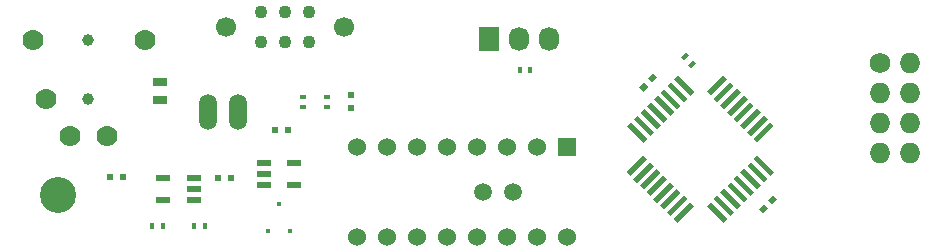
<source format=gts>
%FSLAX46Y46*%
G04 Gerber Fmt 4.6, Leading zero omitted, Abs format (unit mm)*
G04 Created by KiCad (PCBNEW (2014-10-27 BZR 5228)-product) date 4/17/2015 7:43:11 PM*
%MOMM*%
G01*
G04 APERTURE LIST*
%ADD10C,0.100000*%
%ADD11C,1.100000*%
%ADD12C,1.700000*%
%ADD13C,1.727200*%
%ADD14O,1.727200X1.727200*%
%ADD15O,1.506220X3.014980*%
%ADD16R,0.400000X0.450000*%
%ADD17R,1.143000X0.635000*%
%ADD18C,1.500000*%
%ADD19C,1.778000*%
%ADD20C,0.990600*%
%ADD21R,0.600000X0.500000*%
%ADD22R,0.500000X0.600000*%
%ADD23R,0.400000X0.600000*%
%ADD24R,0.600000X0.400000*%
%ADD25R,1.198880X0.548640*%
%ADD26C,3.048000*%
%ADD27R,1.727200X2.032000*%
%ADD28O,1.727200X2.032000*%
%ADD29R,1.524000X1.524000*%
%ADD30C,1.524000*%
G04 APERTURE END LIST*
D10*
D11*
X21622000Y-1036000D03*
X23622000Y-1036000D03*
X25622000Y-1036000D03*
X21622000Y-3536000D03*
X23622000Y-3536000D03*
X25622000Y-3536000D03*
D12*
X18622000Y-2286000D03*
X28622000Y-2286000D03*
D13*
X74041000Y-5334000D03*
D14*
X76581000Y-5334000D03*
X74041000Y-7874000D03*
X76581000Y-7874000D03*
X74041000Y-10414000D03*
X76581000Y-10414000D03*
X74041000Y-12954000D03*
X76581000Y-12954000D03*
D10*
G36*
X65035094Y-14563025D02*
X64717193Y-14880926D01*
X63303700Y-13467433D01*
X63621601Y-13149532D01*
X65035094Y-14563025D01*
X65035094Y-14563025D01*
G37*
G36*
X64469338Y-15128781D02*
X64151437Y-15446682D01*
X62737944Y-14033189D01*
X63055845Y-13715288D01*
X64469338Y-15128781D01*
X64469338Y-15128781D01*
G37*
G36*
X63903582Y-15694537D02*
X63585681Y-16012438D01*
X62172188Y-14598945D01*
X62490089Y-14281044D01*
X63903582Y-15694537D01*
X63903582Y-15694537D01*
G37*
G36*
X63337826Y-16260294D02*
X63019925Y-16578195D01*
X61606432Y-15164702D01*
X61924333Y-14846801D01*
X63337826Y-16260294D01*
X63337826Y-16260294D01*
G37*
G36*
X62772070Y-16826050D02*
X62454169Y-17143951D01*
X61040676Y-15730458D01*
X61358577Y-15412557D01*
X62772070Y-16826050D01*
X62772070Y-16826050D01*
G37*
G36*
X62206313Y-17391806D02*
X61888412Y-17709707D01*
X60474919Y-16296214D01*
X60792820Y-15978313D01*
X62206313Y-17391806D01*
X62206313Y-17391806D01*
G37*
G36*
X61640557Y-17957562D02*
X61322656Y-18275463D01*
X59909163Y-16861970D01*
X60227064Y-16544069D01*
X61640557Y-17957562D01*
X61640557Y-17957562D01*
G37*
G36*
X61074801Y-18523318D02*
X60756900Y-18841219D01*
X59343407Y-17427726D01*
X59661308Y-17109825D01*
X61074801Y-18523318D01*
X61074801Y-18523318D01*
G37*
G36*
X54314464Y-11755797D02*
X53996563Y-12073698D01*
X52583070Y-10660205D01*
X52900971Y-10342304D01*
X54314464Y-11755797D01*
X54314464Y-11755797D01*
G37*
G36*
X58283738Y-7786524D02*
X57965837Y-8104425D01*
X56552344Y-6690932D01*
X56870245Y-6373031D01*
X58283738Y-7786524D01*
X58283738Y-7786524D01*
G37*
G36*
X57709001Y-8361260D02*
X57391100Y-8679161D01*
X55977607Y-7265668D01*
X56295508Y-6947767D01*
X57709001Y-8361260D01*
X57709001Y-8361260D01*
G37*
G36*
X57134265Y-8935997D02*
X56816364Y-9253898D01*
X55402871Y-7840405D01*
X55720772Y-7522504D01*
X57134265Y-8935997D01*
X57134265Y-8935997D01*
G37*
G36*
X56577489Y-9492773D02*
X56259588Y-9810674D01*
X54846095Y-8397181D01*
X55163996Y-8079280D01*
X56577489Y-9492773D01*
X56577489Y-9492773D01*
G37*
G36*
X56002753Y-10067509D02*
X55684852Y-10385410D01*
X54271359Y-8971917D01*
X54589260Y-8654016D01*
X56002753Y-10067509D01*
X56002753Y-10067509D01*
G37*
G36*
X55445977Y-10624285D02*
X55128076Y-10942186D01*
X53714583Y-9528693D01*
X54032484Y-9210792D01*
X55445977Y-10624285D01*
X55445977Y-10624285D01*
G37*
G36*
X54871240Y-11199021D02*
X54553339Y-11516922D01*
X53139846Y-10103429D01*
X53457747Y-9785528D01*
X54871240Y-11199021D01*
X54871240Y-11199021D01*
G37*
G36*
X58251409Y-17434910D02*
X56837916Y-18848403D01*
X56520015Y-18530502D01*
X57933508Y-17117009D01*
X58251409Y-17434910D01*
X58251409Y-17434910D01*
G37*
G36*
X57687449Y-16870950D02*
X56273956Y-18284443D01*
X55956055Y-17966542D01*
X57369548Y-16553049D01*
X57687449Y-16870950D01*
X57687449Y-16870950D01*
G37*
G36*
X57119896Y-16303398D02*
X55706403Y-17716891D01*
X55388502Y-17398990D01*
X56801995Y-15985497D01*
X57119896Y-16303398D01*
X57119896Y-16303398D01*
G37*
G36*
X56555936Y-15739438D02*
X55142443Y-17152931D01*
X54824542Y-16835030D01*
X56238035Y-15421537D01*
X56555936Y-15739438D01*
X56555936Y-15739438D01*
G37*
G36*
X55988384Y-15171886D02*
X54574891Y-16585379D01*
X54256990Y-16267478D01*
X55670483Y-14853985D01*
X55988384Y-15171886D01*
X55988384Y-15171886D01*
G37*
G36*
X55424424Y-14607926D02*
X54010931Y-16021419D01*
X53693030Y-15703518D01*
X55106523Y-14290025D01*
X55424424Y-14607926D01*
X55424424Y-14607926D01*
G37*
G36*
X54856872Y-14040373D02*
X53443379Y-15453866D01*
X53125478Y-15135965D01*
X54538971Y-13722472D01*
X54856872Y-14040373D01*
X54856872Y-14040373D01*
G37*
G36*
X54292912Y-13476413D02*
X52879419Y-14889906D01*
X52561518Y-14572005D01*
X53975011Y-13158512D01*
X54292912Y-13476413D01*
X54292912Y-13476413D01*
G37*
G36*
X65036890Y-10642245D02*
X63623397Y-12055738D01*
X63305496Y-11737837D01*
X64718989Y-10324344D01*
X65036890Y-10642245D01*
X65036890Y-10642245D01*
G37*
G36*
X64480114Y-10085469D02*
X63066621Y-11498962D01*
X62748720Y-11181061D01*
X64162213Y-9767568D01*
X64480114Y-10085469D01*
X64480114Y-10085469D01*
G37*
G36*
X63905378Y-9510732D02*
X62491885Y-10924225D01*
X62173984Y-10606324D01*
X63587477Y-9192831D01*
X63905378Y-9510732D01*
X63905378Y-9510732D01*
G37*
G36*
X63348602Y-8953956D02*
X61935109Y-10367449D01*
X61617208Y-10049548D01*
X63030701Y-8636055D01*
X63348602Y-8953956D01*
X63348602Y-8953956D01*
G37*
G36*
X62791826Y-8397181D02*
X61378333Y-9810674D01*
X61060432Y-9492773D01*
X62473925Y-8079280D01*
X62791826Y-8397181D01*
X62791826Y-8397181D01*
G37*
G36*
X62217090Y-7822444D02*
X60803597Y-9235937D01*
X60485696Y-8918036D01*
X61899189Y-7504543D01*
X62217090Y-7822444D01*
X62217090Y-7822444D01*
G37*
G36*
X61642353Y-7247708D02*
X60228860Y-8661201D01*
X59910959Y-8343300D01*
X61324452Y-6929807D01*
X61642353Y-7247708D01*
X61642353Y-7247708D01*
G37*
G36*
X61067617Y-6672971D02*
X59654124Y-8086464D01*
X59336223Y-7768563D01*
X60749716Y-6355070D01*
X61067617Y-6672971D01*
X61067617Y-6672971D01*
G37*
D15*
X17145000Y-9525000D03*
X19685000Y-9525000D03*
D16*
X22164000Y-19590000D03*
X24064000Y-19590000D03*
X23114000Y-17240000D03*
D17*
X13081000Y-6985000D03*
X13081000Y-8509000D03*
D18*
X40386000Y-16256000D03*
X42926000Y-16256000D03*
D19*
X11785600Y-3403600D03*
X2286000Y-3403600D03*
X8585200Y-11506200D03*
X5384800Y-11506200D03*
X3378200Y-8407400D03*
D20*
X6985000Y-3403600D03*
X6985000Y-8407400D03*
D10*
G36*
X54780264Y-6207182D02*
X55133818Y-6560736D01*
X54709554Y-6985000D01*
X54356000Y-6631446D01*
X54780264Y-6207182D01*
X54780264Y-6207182D01*
G37*
G36*
X54002446Y-6985000D02*
X54356000Y-7338554D01*
X53931736Y-7762818D01*
X53578182Y-7409264D01*
X54002446Y-6985000D01*
X54002446Y-6985000D01*
G37*
D21*
X17992000Y-15113000D03*
X19092000Y-15113000D03*
X23918000Y-11049000D03*
X22818000Y-11049000D03*
X9948000Y-14986000D03*
X8848000Y-14986000D03*
D10*
G36*
X64940264Y-16494182D02*
X65293818Y-16847736D01*
X64869554Y-17272000D01*
X64516000Y-16918446D01*
X64940264Y-16494182D01*
X64940264Y-16494182D01*
G37*
G36*
X64162446Y-17272000D02*
X64516000Y-17625554D01*
X64091736Y-18049818D01*
X63738182Y-17696264D01*
X64162446Y-17272000D01*
X64162446Y-17272000D01*
G37*
D22*
X29210000Y-9186000D03*
X29210000Y-8086000D03*
D10*
G36*
X58456751Y-5327487D02*
X58032487Y-5751751D01*
X57749645Y-5468909D01*
X58173909Y-5044645D01*
X58456751Y-5327487D01*
X58456751Y-5327487D01*
G37*
G36*
X57820355Y-4691091D02*
X57396091Y-5115355D01*
X57113249Y-4832513D01*
X57537513Y-4408249D01*
X57820355Y-4691091D01*
X57820355Y-4691091D01*
G37*
D23*
X12377000Y-19177000D03*
X13277000Y-19177000D03*
D24*
X25146000Y-8186000D03*
X25146000Y-9086000D03*
X27178000Y-9086000D03*
X27178000Y-8186000D03*
D23*
X16833000Y-19177000D03*
X15933000Y-19177000D03*
D25*
X21816060Y-13782040D03*
X21816060Y-14732000D03*
X21816060Y-15681960D03*
X24411940Y-15681960D03*
X24411940Y-13782040D03*
X15902940Y-16951960D03*
X15902940Y-16002000D03*
X15902940Y-15052040D03*
X13307060Y-15052040D03*
X13307060Y-16951960D03*
D26*
X4445000Y-16510000D03*
D27*
X40894000Y-3302000D03*
D28*
X43434000Y-3302000D03*
X45974000Y-3302000D03*
D29*
X47498000Y-12446000D03*
D30*
X44958000Y-12446000D03*
X42418000Y-12446000D03*
X39878000Y-12446000D03*
X37338000Y-12446000D03*
X34798000Y-12446000D03*
X32258000Y-12446000D03*
X29718000Y-12446000D03*
X29718000Y-20066000D03*
X32258000Y-20066000D03*
X34798000Y-20066000D03*
X37338000Y-20066000D03*
X39878000Y-20066000D03*
X42418000Y-20066000D03*
X44958000Y-20066000D03*
X47498000Y-20066000D03*
D23*
X43492000Y-5969000D03*
X44392000Y-5969000D03*
M02*

</source>
